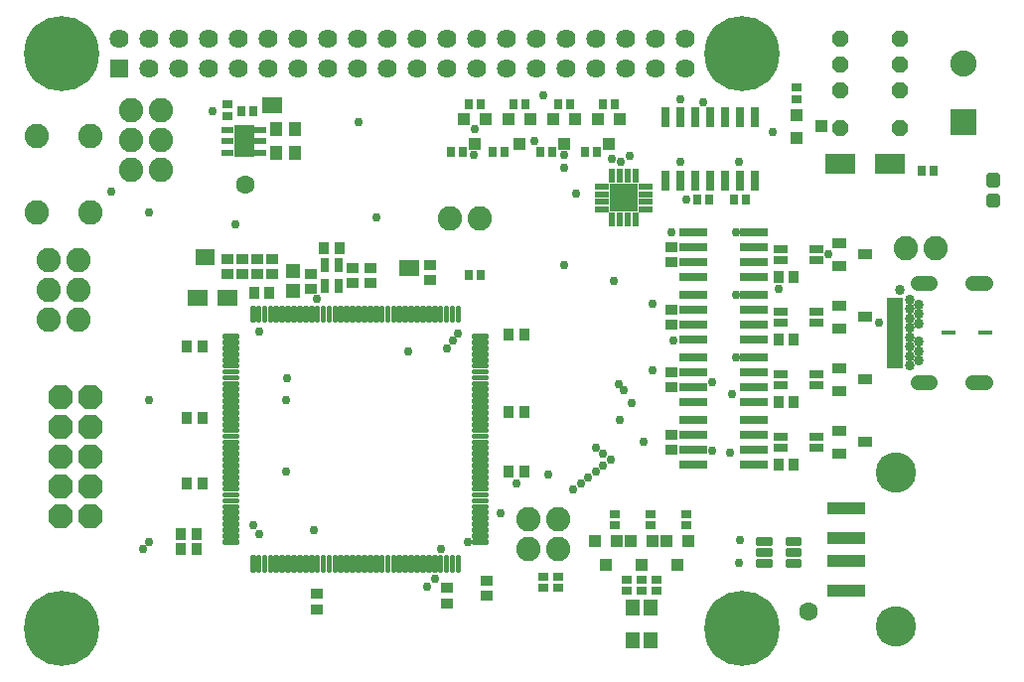
<source format=gbr>
G04 EAGLE Gerber RS-274X export*
G75*
%MOMM*%
%FSLAX34Y34*%
%LPD*%
%INSoldermask Top*%
%IPPOS*%
%AMOC8*
5,1,8,0,0,1.08239X$1,22.5*%
G01*
%ADD10R,0.803200X0.903200*%
%ADD11R,0.711200X1.168400*%
%ADD12R,1.103200X0.903200*%
%ADD13R,0.903200X1.103200*%
%ADD14R,1.203200X1.303200*%
%ADD15R,2.403200X0.803200*%
%ADD16R,1.253200X0.703200*%
%ADD17R,1.203200X0.903200*%
%ADD18C,6.403200*%
%ADD19R,1.625600X1.625600*%
%ADD20C,1.625600*%
%ADD21R,0.803200X1.703200*%
%ADD22R,1.003200X1.103200*%
%ADD23R,0.738300X0.847200*%
%ADD24P,2.254402X8X112.500000*%
%ADD25C,2.082800*%
%ADD26R,1.303200X1.353200*%
%ADD27R,0.903200X0.803200*%
%ADD28C,3.439163*%
%ADD29R,3.203200X1.103200*%
%ADD30C,0.344606*%
%ADD31C,0.362303*%
%ADD32C,1.253200*%
%ADD33R,1.403200X0.503200*%
%ADD34C,0.856400*%
%ADD35R,1.203200X0.403200*%
%ADD36R,2.235200X2.235200*%
%ADD37C,2.235200*%
%ADD38R,2.595200X1.768500*%
%ADD39P,1.507986X8X112.500000*%
%ADD40R,1.103200X1.003200*%
%ADD41R,0.847200X0.738300*%
%ADD42C,0.505344*%
%ADD43R,1.043200X0.623200*%
%ADD44R,1.803200X2.703200*%
%ADD45R,1.124100X1.173400*%
%ADD46R,0.832300X0.763200*%
%ADD47R,0.838200X1.473200*%
%ADD48R,1.253200X0.543200*%
%ADD49R,0.543200X1.253200*%
%ADD50R,2.363200X2.363200*%
%ADD51C,0.756400*%
%ADD52C,1.603200*%
%ADD53C,0.863600*%


D10*
X396160Y363220D03*
X386160Y363220D03*
D11*
X263525Y371983D03*
X263525Y354457D03*
X274955Y354457D03*
X274955Y371983D03*
D12*
X287020Y356720D03*
X287020Y369720D03*
D13*
X262740Y386080D03*
X275740Y386080D03*
D14*
X236220Y349640D03*
X236220Y366640D03*
D13*
X420220Y312420D03*
X433220Y312420D03*
X153820Y129540D03*
X140820Y129540D03*
X158900Y241300D03*
X145900Y241300D03*
X158900Y185420D03*
X145900Y185420D03*
D12*
X302260Y356720D03*
X302260Y369720D03*
X401320Y103020D03*
X401320Y90020D03*
D13*
X420220Y195580D03*
X433220Y195580D03*
X420220Y246380D03*
X433220Y246380D03*
X158900Y302260D03*
X145900Y302260D03*
D12*
X256540Y91590D03*
X256540Y78590D03*
X353060Y359260D03*
X353060Y372260D03*
X180340Y364340D03*
X180340Y377340D03*
X193040Y364340D03*
X193040Y377340D03*
X218440Y364340D03*
X218440Y377340D03*
D13*
X203050Y347980D03*
X216050Y347980D03*
D12*
X367030Y96670D03*
X367030Y83670D03*
D13*
X153820Y142240D03*
X140820Y142240D03*
D15*
X577250Y280670D03*
X629250Y280670D03*
X577250Y293370D03*
X577250Y267970D03*
X577250Y255270D03*
X629250Y293370D03*
X629250Y267970D03*
X629250Y255270D03*
D13*
X650090Y255270D03*
X663090Y255270D03*
D12*
X558800Y267820D03*
X558800Y280820D03*
D16*
X651500Y279320D03*
X651500Y269320D03*
X682000Y269320D03*
X682000Y279320D03*
D17*
X723470Y274320D03*
X701470Y264820D03*
X701470Y283820D03*
D15*
X577250Y334010D03*
X629250Y334010D03*
X577250Y346710D03*
X577250Y321310D03*
X577250Y308610D03*
X629250Y346710D03*
X629250Y321310D03*
X629250Y308610D03*
D13*
X650090Y308610D03*
X663090Y308610D03*
D12*
X558800Y321160D03*
X558800Y334160D03*
D16*
X651500Y332660D03*
X651500Y322660D03*
X682000Y322660D03*
X682000Y332660D03*
D17*
X723470Y327660D03*
X701470Y318160D03*
X701470Y337160D03*
D15*
X577250Y387350D03*
X629250Y387350D03*
X577250Y400050D03*
X577250Y374650D03*
X577250Y361950D03*
X629250Y400050D03*
X629250Y374650D03*
X629250Y361950D03*
D13*
X650090Y361950D03*
X663090Y361950D03*
D12*
X558800Y374500D03*
X558800Y387500D03*
D16*
X651500Y386000D03*
X651500Y376000D03*
X682000Y376000D03*
X682000Y386000D03*
D17*
X723470Y381000D03*
X701470Y371500D03*
X701470Y390500D03*
D15*
X577250Y227330D03*
X629250Y227330D03*
X577250Y240030D03*
X577250Y214630D03*
X577250Y201930D03*
X629250Y240030D03*
X629250Y214630D03*
X629250Y201930D03*
D13*
X650090Y201930D03*
X663090Y201930D03*
D12*
X558800Y214480D03*
X558800Y227480D03*
D16*
X651500Y225980D03*
X651500Y215980D03*
X682000Y215980D03*
X682000Y225980D03*
D17*
X723470Y220980D03*
X701470Y211480D03*
X701470Y230480D03*
D18*
X39260Y62340D03*
X619260Y62340D03*
X619260Y552340D03*
X39260Y552340D03*
D19*
X87960Y539640D03*
D20*
X113360Y539640D03*
X138760Y539640D03*
X164160Y539640D03*
X189560Y539640D03*
X214960Y539640D03*
X87960Y565040D03*
X113360Y565040D03*
X138760Y565040D03*
X164160Y565040D03*
X189560Y565040D03*
X214960Y565040D03*
X240360Y539640D03*
X240360Y565040D03*
X265760Y539640D03*
X291160Y539640D03*
X316560Y539640D03*
X341960Y539640D03*
X367360Y539640D03*
X392760Y539640D03*
X265760Y565040D03*
X291160Y565040D03*
X316560Y565040D03*
X341960Y565040D03*
X367360Y565040D03*
X392760Y565040D03*
X418160Y539640D03*
X418160Y565040D03*
X443560Y539640D03*
X468960Y539640D03*
X494360Y539640D03*
X519760Y539640D03*
X545160Y539640D03*
X570560Y539640D03*
X443560Y565040D03*
X468960Y565040D03*
X494360Y565040D03*
X519760Y565040D03*
X545160Y565040D03*
X570560Y565040D03*
D21*
X629920Y498170D03*
X617220Y498170D03*
X604520Y498170D03*
X591820Y498170D03*
X579120Y498170D03*
X566420Y498170D03*
X553720Y498170D03*
X553720Y444170D03*
X566420Y444170D03*
X579120Y444170D03*
X591820Y444170D03*
X604520Y444170D03*
X617220Y444170D03*
X629920Y444170D03*
D22*
X476860Y496410D03*
X457860Y496410D03*
X467360Y475410D03*
X514960Y496410D03*
X495960Y496410D03*
X505460Y475410D03*
X400660Y496410D03*
X381660Y496410D03*
X391160Y475410D03*
X438760Y496410D03*
X419760Y496410D03*
X429260Y475410D03*
D23*
X462285Y509270D03*
X472435Y509270D03*
X457195Y468630D03*
X447045Y468630D03*
X500385Y509270D03*
X510535Y509270D03*
X495295Y468630D03*
X485145Y468630D03*
X386085Y509270D03*
X396235Y509270D03*
X380995Y468630D03*
X370845Y468630D03*
X424185Y509270D03*
X434335Y509270D03*
X416555Y468630D03*
X406405Y468630D03*
D24*
X63500Y157480D03*
X38100Y157480D03*
X63500Y182880D03*
X38100Y182880D03*
X63500Y208280D03*
X38100Y208280D03*
X63500Y233680D03*
X38100Y233680D03*
X63500Y259080D03*
X38100Y259080D03*
D25*
X27940Y325120D03*
X53340Y325120D03*
X27940Y350520D03*
X53340Y350520D03*
X27940Y375920D03*
X53340Y375920D03*
X18034Y417068D03*
X18034Y482092D03*
X63246Y417068D03*
X63246Y482092D03*
D12*
X251460Y351640D03*
X251460Y364640D03*
D26*
X525900Y52290D03*
X540900Y52290D03*
X540900Y79790D03*
X525900Y79790D03*
D22*
X573380Y137000D03*
X554380Y137000D03*
X563880Y116000D03*
X542900Y137000D03*
X523900Y137000D03*
X533400Y116000D03*
X512420Y137000D03*
X493420Y137000D03*
X502920Y116000D03*
D27*
X546100Y94060D03*
X546100Y104060D03*
X533400Y94060D03*
X533400Y104060D03*
X520700Y94060D03*
X520700Y104060D03*
D28*
X749780Y195199D03*
X749780Y63881D03*
D29*
X707660Y119540D03*
X707660Y94540D03*
X707660Y139540D03*
X707660Y164540D03*
D30*
X643033Y134307D02*
X632347Y134307D01*
X632347Y138693D01*
X643033Y138693D01*
X643033Y134307D01*
X643033Y137581D02*
X632347Y137581D01*
X632347Y124807D02*
X643033Y124807D01*
X632347Y124807D02*
X632347Y129193D01*
X643033Y129193D01*
X643033Y124807D01*
X643033Y128081D02*
X632347Y128081D01*
X632347Y115307D02*
X643033Y115307D01*
X632347Y115307D02*
X632347Y119693D01*
X643033Y119693D01*
X643033Y115307D01*
X643033Y118581D02*
X632347Y118581D01*
X657447Y115307D02*
X668133Y115307D01*
X657447Y115307D02*
X657447Y119693D01*
X668133Y119693D01*
X668133Y115307D01*
X668133Y118581D02*
X657447Y118581D01*
X657447Y124807D02*
X668133Y124807D01*
X657447Y124807D02*
X657447Y129193D01*
X668133Y129193D01*
X668133Y124807D01*
X668133Y128081D02*
X657447Y128081D01*
X657447Y134307D02*
X668133Y134307D01*
X657447Y134307D02*
X657447Y138693D01*
X668133Y138693D01*
X668133Y134307D01*
X668133Y137581D02*
X657447Y137581D01*
D25*
X369570Y411480D03*
X394970Y411480D03*
X436880Y129540D03*
X462280Y129540D03*
X436880Y154940D03*
X462280Y154940D03*
D27*
X449580Y106600D03*
X449580Y96600D03*
X462280Y106600D03*
X462280Y96600D03*
D31*
X377765Y324315D02*
X377765Y335325D01*
X377765Y324315D02*
X376355Y324315D01*
X376355Y335325D01*
X377765Y335325D01*
X377765Y327757D02*
X376355Y327757D01*
X376355Y331199D02*
X377765Y331199D01*
X377765Y334641D02*
X376355Y334641D01*
X372765Y335325D02*
X372765Y324315D01*
X371355Y324315D01*
X371355Y335325D01*
X372765Y335325D01*
X372765Y327757D02*
X371355Y327757D01*
X371355Y331199D02*
X372765Y331199D01*
X372765Y334641D02*
X371355Y334641D01*
X367765Y335325D02*
X367765Y324315D01*
X366355Y324315D01*
X366355Y335325D01*
X367765Y335325D01*
X367765Y327757D02*
X366355Y327757D01*
X366355Y331199D02*
X367765Y331199D01*
X367765Y334641D02*
X366355Y334641D01*
X362765Y335325D02*
X362765Y324315D01*
X361355Y324315D01*
X361355Y335325D01*
X362765Y335325D01*
X362765Y327757D02*
X361355Y327757D01*
X361355Y331199D02*
X362765Y331199D01*
X362765Y334641D02*
X361355Y334641D01*
X357765Y335325D02*
X357765Y324315D01*
X356355Y324315D01*
X356355Y335325D01*
X357765Y335325D01*
X357765Y327757D02*
X356355Y327757D01*
X356355Y331199D02*
X357765Y331199D01*
X357765Y334641D02*
X356355Y334641D01*
X352765Y335325D02*
X352765Y324315D01*
X351355Y324315D01*
X351355Y335325D01*
X352765Y335325D01*
X352765Y327757D02*
X351355Y327757D01*
X351355Y331199D02*
X352765Y331199D01*
X352765Y334641D02*
X351355Y334641D01*
X347765Y335325D02*
X347765Y324315D01*
X346355Y324315D01*
X346355Y335325D01*
X347765Y335325D01*
X347765Y327757D02*
X346355Y327757D01*
X346355Y331199D02*
X347765Y331199D01*
X347765Y334641D02*
X346355Y334641D01*
X342765Y335325D02*
X342765Y324315D01*
X341355Y324315D01*
X341355Y335325D01*
X342765Y335325D01*
X342765Y327757D02*
X341355Y327757D01*
X341355Y331199D02*
X342765Y331199D01*
X342765Y334641D02*
X341355Y334641D01*
X337765Y335325D02*
X337765Y324315D01*
X336355Y324315D01*
X336355Y335325D01*
X337765Y335325D01*
X337765Y327757D02*
X336355Y327757D01*
X336355Y331199D02*
X337765Y331199D01*
X337765Y334641D02*
X336355Y334641D01*
X332765Y335325D02*
X332765Y324315D01*
X331355Y324315D01*
X331355Y335325D01*
X332765Y335325D01*
X332765Y327757D02*
X331355Y327757D01*
X331355Y331199D02*
X332765Y331199D01*
X332765Y334641D02*
X331355Y334641D01*
X327765Y335325D02*
X327765Y324315D01*
X326355Y324315D01*
X326355Y335325D01*
X327765Y335325D01*
X327765Y327757D02*
X326355Y327757D01*
X326355Y331199D02*
X327765Y331199D01*
X327765Y334641D02*
X326355Y334641D01*
X322765Y335325D02*
X322765Y324315D01*
X321355Y324315D01*
X321355Y335325D01*
X322765Y335325D01*
X322765Y327757D02*
X321355Y327757D01*
X321355Y331199D02*
X322765Y331199D01*
X322765Y334641D02*
X321355Y334641D01*
X317765Y335325D02*
X317765Y324315D01*
X316355Y324315D01*
X316355Y335325D01*
X317765Y335325D01*
X317765Y327757D02*
X316355Y327757D01*
X316355Y331199D02*
X317765Y331199D01*
X317765Y334641D02*
X316355Y334641D01*
X312765Y335325D02*
X312765Y324315D01*
X311355Y324315D01*
X311355Y335325D01*
X312765Y335325D01*
X312765Y327757D02*
X311355Y327757D01*
X311355Y331199D02*
X312765Y331199D01*
X312765Y334641D02*
X311355Y334641D01*
X307765Y335325D02*
X307765Y324315D01*
X306355Y324315D01*
X306355Y335325D01*
X307765Y335325D01*
X307765Y327757D02*
X306355Y327757D01*
X306355Y331199D02*
X307765Y331199D01*
X307765Y334641D02*
X306355Y334641D01*
X302765Y335325D02*
X302765Y324315D01*
X301355Y324315D01*
X301355Y335325D01*
X302765Y335325D01*
X302765Y327757D02*
X301355Y327757D01*
X301355Y331199D02*
X302765Y331199D01*
X302765Y334641D02*
X301355Y334641D01*
X297765Y335325D02*
X297765Y324315D01*
X296355Y324315D01*
X296355Y335325D01*
X297765Y335325D01*
X297765Y327757D02*
X296355Y327757D01*
X296355Y331199D02*
X297765Y331199D01*
X297765Y334641D02*
X296355Y334641D01*
X292765Y335325D02*
X292765Y324315D01*
X291355Y324315D01*
X291355Y335325D01*
X292765Y335325D01*
X292765Y327757D02*
X291355Y327757D01*
X291355Y331199D02*
X292765Y331199D01*
X292765Y334641D02*
X291355Y334641D01*
X287765Y335325D02*
X287765Y324315D01*
X286355Y324315D01*
X286355Y335325D01*
X287765Y335325D01*
X287765Y327757D02*
X286355Y327757D01*
X286355Y331199D02*
X287765Y331199D01*
X287765Y334641D02*
X286355Y334641D01*
X282765Y335325D02*
X282765Y324315D01*
X281355Y324315D01*
X281355Y335325D01*
X282765Y335325D01*
X282765Y327757D02*
X281355Y327757D01*
X281355Y331199D02*
X282765Y331199D01*
X282765Y334641D02*
X281355Y334641D01*
X277765Y335325D02*
X277765Y324315D01*
X276355Y324315D01*
X276355Y335325D01*
X277765Y335325D01*
X277765Y327757D02*
X276355Y327757D01*
X276355Y331199D02*
X277765Y331199D01*
X277765Y334641D02*
X276355Y334641D01*
X272765Y335325D02*
X272765Y324315D01*
X271355Y324315D01*
X271355Y335325D01*
X272765Y335325D01*
X272765Y327757D02*
X271355Y327757D01*
X271355Y331199D02*
X272765Y331199D01*
X272765Y334641D02*
X271355Y334641D01*
X267765Y335325D02*
X267765Y324315D01*
X266355Y324315D01*
X266355Y335325D01*
X267765Y335325D01*
X267765Y327757D02*
X266355Y327757D01*
X266355Y331199D02*
X267765Y331199D01*
X267765Y334641D02*
X266355Y334641D01*
X262765Y335325D02*
X262765Y324315D01*
X261355Y324315D01*
X261355Y335325D01*
X262765Y335325D01*
X262765Y327757D02*
X261355Y327757D01*
X261355Y331199D02*
X262765Y331199D01*
X262765Y334641D02*
X261355Y334641D01*
X257765Y335325D02*
X257765Y324315D01*
X256355Y324315D01*
X256355Y335325D01*
X257765Y335325D01*
X257765Y327757D02*
X256355Y327757D01*
X256355Y331199D02*
X257765Y331199D01*
X257765Y334641D02*
X256355Y334641D01*
X252765Y335325D02*
X252765Y324315D01*
X251355Y324315D01*
X251355Y335325D01*
X252765Y335325D01*
X252765Y327757D02*
X251355Y327757D01*
X251355Y331199D02*
X252765Y331199D01*
X252765Y334641D02*
X251355Y334641D01*
X247765Y335325D02*
X247765Y324315D01*
X246355Y324315D01*
X246355Y335325D01*
X247765Y335325D01*
X247765Y327757D02*
X246355Y327757D01*
X246355Y331199D02*
X247765Y331199D01*
X247765Y334641D02*
X246355Y334641D01*
X242765Y335325D02*
X242765Y324315D01*
X241355Y324315D01*
X241355Y335325D01*
X242765Y335325D01*
X242765Y327757D02*
X241355Y327757D01*
X241355Y331199D02*
X242765Y331199D01*
X242765Y334641D02*
X241355Y334641D01*
X237765Y335325D02*
X237765Y324315D01*
X236355Y324315D01*
X236355Y335325D01*
X237765Y335325D01*
X237765Y327757D02*
X236355Y327757D01*
X236355Y331199D02*
X237765Y331199D01*
X237765Y334641D02*
X236355Y334641D01*
X232765Y335325D02*
X232765Y324315D01*
X231355Y324315D01*
X231355Y335325D01*
X232765Y335325D01*
X232765Y327757D02*
X231355Y327757D01*
X231355Y331199D02*
X232765Y331199D01*
X232765Y334641D02*
X231355Y334641D01*
X227765Y335325D02*
X227765Y324315D01*
X226355Y324315D01*
X226355Y335325D01*
X227765Y335325D01*
X227765Y327757D02*
X226355Y327757D01*
X226355Y331199D02*
X227765Y331199D01*
X227765Y334641D02*
X226355Y334641D01*
X222765Y335325D02*
X222765Y324315D01*
X221355Y324315D01*
X221355Y335325D01*
X222765Y335325D01*
X222765Y327757D02*
X221355Y327757D01*
X221355Y331199D02*
X222765Y331199D01*
X222765Y334641D02*
X221355Y334641D01*
X217765Y335325D02*
X217765Y324315D01*
X216355Y324315D01*
X216355Y335325D01*
X217765Y335325D01*
X217765Y327757D02*
X216355Y327757D01*
X216355Y331199D02*
X217765Y331199D01*
X217765Y334641D02*
X216355Y334641D01*
X212765Y335325D02*
X212765Y324315D01*
X211355Y324315D01*
X211355Y335325D01*
X212765Y335325D01*
X212765Y327757D02*
X211355Y327757D01*
X211355Y331199D02*
X212765Y331199D01*
X212765Y334641D02*
X211355Y334641D01*
X207765Y335325D02*
X207765Y324315D01*
X206355Y324315D01*
X206355Y335325D01*
X207765Y335325D01*
X207765Y327757D02*
X206355Y327757D01*
X206355Y331199D02*
X207765Y331199D01*
X207765Y334641D02*
X206355Y334641D01*
X202765Y335325D02*
X202765Y324315D01*
X201355Y324315D01*
X201355Y335325D01*
X202765Y335325D01*
X202765Y327757D02*
X201355Y327757D01*
X201355Y331199D02*
X202765Y331199D01*
X202765Y334641D02*
X201355Y334641D01*
X188765Y311725D02*
X177755Y311725D01*
X188765Y311725D02*
X188765Y310315D01*
X177755Y310315D01*
X177755Y311725D01*
X177755Y306725D02*
X188765Y306725D01*
X188765Y305315D01*
X177755Y305315D01*
X177755Y306725D01*
X177755Y301725D02*
X188765Y301725D01*
X188765Y300315D01*
X177755Y300315D01*
X177755Y301725D01*
X177755Y296725D02*
X188765Y296725D01*
X188765Y295315D01*
X177755Y295315D01*
X177755Y296725D01*
X177755Y291725D02*
X188765Y291725D01*
X188765Y290315D01*
X177755Y290315D01*
X177755Y291725D01*
X177755Y286725D02*
X188765Y286725D01*
X188765Y285315D01*
X177755Y285315D01*
X177755Y286725D01*
X177755Y281725D02*
X188765Y281725D01*
X188765Y280315D01*
X177755Y280315D01*
X177755Y281725D01*
X177755Y276725D02*
X188765Y276725D01*
X188765Y275315D01*
X177755Y275315D01*
X177755Y276725D01*
X177755Y271725D02*
X188765Y271725D01*
X188765Y270315D01*
X177755Y270315D01*
X177755Y271725D01*
X177755Y266725D02*
X188765Y266725D01*
X188765Y265315D01*
X177755Y265315D01*
X177755Y266725D01*
X177755Y261725D02*
X188765Y261725D01*
X188765Y260315D01*
X177755Y260315D01*
X177755Y261725D01*
X177755Y256725D02*
X188765Y256725D01*
X188765Y255315D01*
X177755Y255315D01*
X177755Y256725D01*
X177755Y251725D02*
X188765Y251725D01*
X188765Y250315D01*
X177755Y250315D01*
X177755Y251725D01*
X177755Y246725D02*
X188765Y246725D01*
X188765Y245315D01*
X177755Y245315D01*
X177755Y246725D01*
X177755Y241725D02*
X188765Y241725D01*
X188765Y240315D01*
X177755Y240315D01*
X177755Y241725D01*
X177755Y236725D02*
X188765Y236725D01*
X188765Y235315D01*
X177755Y235315D01*
X177755Y236725D01*
X177755Y231725D02*
X188765Y231725D01*
X188765Y230315D01*
X177755Y230315D01*
X177755Y231725D01*
X177755Y226725D02*
X188765Y226725D01*
X188765Y225315D01*
X177755Y225315D01*
X177755Y226725D01*
X177755Y221725D02*
X188765Y221725D01*
X188765Y220315D01*
X177755Y220315D01*
X177755Y221725D01*
X177755Y216725D02*
X188765Y216725D01*
X188765Y215315D01*
X177755Y215315D01*
X177755Y216725D01*
X177755Y211725D02*
X188765Y211725D01*
X188765Y210315D01*
X177755Y210315D01*
X177755Y211725D01*
X177755Y206725D02*
X188765Y206725D01*
X188765Y205315D01*
X177755Y205315D01*
X177755Y206725D01*
X177755Y201725D02*
X188765Y201725D01*
X188765Y200315D01*
X177755Y200315D01*
X177755Y201725D01*
X177755Y196725D02*
X188765Y196725D01*
X188765Y195315D01*
X177755Y195315D01*
X177755Y196725D01*
X177755Y191725D02*
X188765Y191725D01*
X188765Y190315D01*
X177755Y190315D01*
X177755Y191725D01*
X177755Y186725D02*
X188765Y186725D01*
X188765Y185315D01*
X177755Y185315D01*
X177755Y186725D01*
X177755Y181725D02*
X188765Y181725D01*
X188765Y180315D01*
X177755Y180315D01*
X177755Y181725D01*
X177755Y176725D02*
X188765Y176725D01*
X188765Y175315D01*
X177755Y175315D01*
X177755Y176725D01*
X177755Y171725D02*
X188765Y171725D01*
X188765Y170315D01*
X177755Y170315D01*
X177755Y171725D01*
X177755Y166725D02*
X188765Y166725D01*
X188765Y165315D01*
X177755Y165315D01*
X177755Y166725D01*
X177755Y161725D02*
X188765Y161725D01*
X188765Y160315D01*
X177755Y160315D01*
X177755Y161725D01*
X177755Y156725D02*
X188765Y156725D01*
X188765Y155315D01*
X177755Y155315D01*
X177755Y156725D01*
X177755Y151725D02*
X188765Y151725D01*
X188765Y150315D01*
X177755Y150315D01*
X177755Y151725D01*
X177755Y146725D02*
X188765Y146725D01*
X188765Y145315D01*
X177755Y145315D01*
X177755Y146725D01*
X177755Y141725D02*
X188765Y141725D01*
X188765Y140315D01*
X177755Y140315D01*
X177755Y141725D01*
X177755Y136725D02*
X188765Y136725D01*
X188765Y135315D01*
X177755Y135315D01*
X177755Y136725D01*
X201355Y122725D02*
X201355Y111715D01*
X201355Y122725D02*
X202765Y122725D01*
X202765Y111715D01*
X201355Y111715D01*
X201355Y115157D02*
X202765Y115157D01*
X202765Y118599D02*
X201355Y118599D01*
X201355Y122041D02*
X202765Y122041D01*
X206355Y122725D02*
X206355Y111715D01*
X206355Y122725D02*
X207765Y122725D01*
X207765Y111715D01*
X206355Y111715D01*
X206355Y115157D02*
X207765Y115157D01*
X207765Y118599D02*
X206355Y118599D01*
X206355Y122041D02*
X207765Y122041D01*
X211355Y122725D02*
X211355Y111715D01*
X211355Y122725D02*
X212765Y122725D01*
X212765Y111715D01*
X211355Y111715D01*
X211355Y115157D02*
X212765Y115157D01*
X212765Y118599D02*
X211355Y118599D01*
X211355Y122041D02*
X212765Y122041D01*
X216355Y122725D02*
X216355Y111715D01*
X216355Y122725D02*
X217765Y122725D01*
X217765Y111715D01*
X216355Y111715D01*
X216355Y115157D02*
X217765Y115157D01*
X217765Y118599D02*
X216355Y118599D01*
X216355Y122041D02*
X217765Y122041D01*
X221355Y122725D02*
X221355Y111715D01*
X221355Y122725D02*
X222765Y122725D01*
X222765Y111715D01*
X221355Y111715D01*
X221355Y115157D02*
X222765Y115157D01*
X222765Y118599D02*
X221355Y118599D01*
X221355Y122041D02*
X222765Y122041D01*
X226355Y122725D02*
X226355Y111715D01*
X226355Y122725D02*
X227765Y122725D01*
X227765Y111715D01*
X226355Y111715D01*
X226355Y115157D02*
X227765Y115157D01*
X227765Y118599D02*
X226355Y118599D01*
X226355Y122041D02*
X227765Y122041D01*
X231355Y122725D02*
X231355Y111715D01*
X231355Y122725D02*
X232765Y122725D01*
X232765Y111715D01*
X231355Y111715D01*
X231355Y115157D02*
X232765Y115157D01*
X232765Y118599D02*
X231355Y118599D01*
X231355Y122041D02*
X232765Y122041D01*
X236355Y122725D02*
X236355Y111715D01*
X236355Y122725D02*
X237765Y122725D01*
X237765Y111715D01*
X236355Y111715D01*
X236355Y115157D02*
X237765Y115157D01*
X237765Y118599D02*
X236355Y118599D01*
X236355Y122041D02*
X237765Y122041D01*
X241355Y122725D02*
X241355Y111715D01*
X241355Y122725D02*
X242765Y122725D01*
X242765Y111715D01*
X241355Y111715D01*
X241355Y115157D02*
X242765Y115157D01*
X242765Y118599D02*
X241355Y118599D01*
X241355Y122041D02*
X242765Y122041D01*
X246355Y122725D02*
X246355Y111715D01*
X246355Y122725D02*
X247765Y122725D01*
X247765Y111715D01*
X246355Y111715D01*
X246355Y115157D02*
X247765Y115157D01*
X247765Y118599D02*
X246355Y118599D01*
X246355Y122041D02*
X247765Y122041D01*
X251355Y122725D02*
X251355Y111715D01*
X251355Y122725D02*
X252765Y122725D01*
X252765Y111715D01*
X251355Y111715D01*
X251355Y115157D02*
X252765Y115157D01*
X252765Y118599D02*
X251355Y118599D01*
X251355Y122041D02*
X252765Y122041D01*
X256355Y122725D02*
X256355Y111715D01*
X256355Y122725D02*
X257765Y122725D01*
X257765Y111715D01*
X256355Y111715D01*
X256355Y115157D02*
X257765Y115157D01*
X257765Y118599D02*
X256355Y118599D01*
X256355Y122041D02*
X257765Y122041D01*
X261355Y122725D02*
X261355Y111715D01*
X261355Y122725D02*
X262765Y122725D01*
X262765Y111715D01*
X261355Y111715D01*
X261355Y115157D02*
X262765Y115157D01*
X262765Y118599D02*
X261355Y118599D01*
X261355Y122041D02*
X262765Y122041D01*
X266355Y122725D02*
X266355Y111715D01*
X266355Y122725D02*
X267765Y122725D01*
X267765Y111715D01*
X266355Y111715D01*
X266355Y115157D02*
X267765Y115157D01*
X267765Y118599D02*
X266355Y118599D01*
X266355Y122041D02*
X267765Y122041D01*
X271355Y122725D02*
X271355Y111715D01*
X271355Y122725D02*
X272765Y122725D01*
X272765Y111715D01*
X271355Y111715D01*
X271355Y115157D02*
X272765Y115157D01*
X272765Y118599D02*
X271355Y118599D01*
X271355Y122041D02*
X272765Y122041D01*
X276355Y122725D02*
X276355Y111715D01*
X276355Y122725D02*
X277765Y122725D01*
X277765Y111715D01*
X276355Y111715D01*
X276355Y115157D02*
X277765Y115157D01*
X277765Y118599D02*
X276355Y118599D01*
X276355Y122041D02*
X277765Y122041D01*
X281355Y122725D02*
X281355Y111715D01*
X281355Y122725D02*
X282765Y122725D01*
X282765Y111715D01*
X281355Y111715D01*
X281355Y115157D02*
X282765Y115157D01*
X282765Y118599D02*
X281355Y118599D01*
X281355Y122041D02*
X282765Y122041D01*
X286355Y122725D02*
X286355Y111715D01*
X286355Y122725D02*
X287765Y122725D01*
X287765Y111715D01*
X286355Y111715D01*
X286355Y115157D02*
X287765Y115157D01*
X287765Y118599D02*
X286355Y118599D01*
X286355Y122041D02*
X287765Y122041D01*
X291355Y122725D02*
X291355Y111715D01*
X291355Y122725D02*
X292765Y122725D01*
X292765Y111715D01*
X291355Y111715D01*
X291355Y115157D02*
X292765Y115157D01*
X292765Y118599D02*
X291355Y118599D01*
X291355Y122041D02*
X292765Y122041D01*
X296355Y122725D02*
X296355Y111715D01*
X296355Y122725D02*
X297765Y122725D01*
X297765Y111715D01*
X296355Y111715D01*
X296355Y115157D02*
X297765Y115157D01*
X297765Y118599D02*
X296355Y118599D01*
X296355Y122041D02*
X297765Y122041D01*
X301355Y122725D02*
X301355Y111715D01*
X301355Y122725D02*
X302765Y122725D01*
X302765Y111715D01*
X301355Y111715D01*
X301355Y115157D02*
X302765Y115157D01*
X302765Y118599D02*
X301355Y118599D01*
X301355Y122041D02*
X302765Y122041D01*
X306355Y122725D02*
X306355Y111715D01*
X306355Y122725D02*
X307765Y122725D01*
X307765Y111715D01*
X306355Y111715D01*
X306355Y115157D02*
X307765Y115157D01*
X307765Y118599D02*
X306355Y118599D01*
X306355Y122041D02*
X307765Y122041D01*
X311355Y122725D02*
X311355Y111715D01*
X311355Y122725D02*
X312765Y122725D01*
X312765Y111715D01*
X311355Y111715D01*
X311355Y115157D02*
X312765Y115157D01*
X312765Y118599D02*
X311355Y118599D01*
X311355Y122041D02*
X312765Y122041D01*
X316355Y122725D02*
X316355Y111715D01*
X316355Y122725D02*
X317765Y122725D01*
X317765Y111715D01*
X316355Y111715D01*
X316355Y115157D02*
X317765Y115157D01*
X317765Y118599D02*
X316355Y118599D01*
X316355Y122041D02*
X317765Y122041D01*
X321355Y122725D02*
X321355Y111715D01*
X321355Y122725D02*
X322765Y122725D01*
X322765Y111715D01*
X321355Y111715D01*
X321355Y115157D02*
X322765Y115157D01*
X322765Y118599D02*
X321355Y118599D01*
X321355Y122041D02*
X322765Y122041D01*
X326355Y122725D02*
X326355Y111715D01*
X326355Y122725D02*
X327765Y122725D01*
X327765Y111715D01*
X326355Y111715D01*
X326355Y115157D02*
X327765Y115157D01*
X327765Y118599D02*
X326355Y118599D01*
X326355Y122041D02*
X327765Y122041D01*
X331355Y122725D02*
X331355Y111715D01*
X331355Y122725D02*
X332765Y122725D01*
X332765Y111715D01*
X331355Y111715D01*
X331355Y115157D02*
X332765Y115157D01*
X332765Y118599D02*
X331355Y118599D01*
X331355Y122041D02*
X332765Y122041D01*
X336355Y122725D02*
X336355Y111715D01*
X336355Y122725D02*
X337765Y122725D01*
X337765Y111715D01*
X336355Y111715D01*
X336355Y115157D02*
X337765Y115157D01*
X337765Y118599D02*
X336355Y118599D01*
X336355Y122041D02*
X337765Y122041D01*
X341355Y122725D02*
X341355Y111715D01*
X341355Y122725D02*
X342765Y122725D01*
X342765Y111715D01*
X341355Y111715D01*
X341355Y115157D02*
X342765Y115157D01*
X342765Y118599D02*
X341355Y118599D01*
X341355Y122041D02*
X342765Y122041D01*
X346355Y122725D02*
X346355Y111715D01*
X346355Y122725D02*
X347765Y122725D01*
X347765Y111715D01*
X346355Y111715D01*
X346355Y115157D02*
X347765Y115157D01*
X347765Y118599D02*
X346355Y118599D01*
X346355Y122041D02*
X347765Y122041D01*
X351355Y122725D02*
X351355Y111715D01*
X351355Y122725D02*
X352765Y122725D01*
X352765Y111715D01*
X351355Y111715D01*
X351355Y115157D02*
X352765Y115157D01*
X352765Y118599D02*
X351355Y118599D01*
X351355Y122041D02*
X352765Y122041D01*
X356355Y122725D02*
X356355Y111715D01*
X356355Y122725D02*
X357765Y122725D01*
X357765Y111715D01*
X356355Y111715D01*
X356355Y115157D02*
X357765Y115157D01*
X357765Y118599D02*
X356355Y118599D01*
X356355Y122041D02*
X357765Y122041D01*
X361355Y122725D02*
X361355Y111715D01*
X361355Y122725D02*
X362765Y122725D01*
X362765Y111715D01*
X361355Y111715D01*
X361355Y115157D02*
X362765Y115157D01*
X362765Y118599D02*
X361355Y118599D01*
X361355Y122041D02*
X362765Y122041D01*
X366355Y122725D02*
X366355Y111715D01*
X366355Y122725D02*
X367765Y122725D01*
X367765Y111715D01*
X366355Y111715D01*
X366355Y115157D02*
X367765Y115157D01*
X367765Y118599D02*
X366355Y118599D01*
X366355Y122041D02*
X367765Y122041D01*
X371355Y122725D02*
X371355Y111715D01*
X371355Y122725D02*
X372765Y122725D01*
X372765Y111715D01*
X371355Y111715D01*
X371355Y115157D02*
X372765Y115157D01*
X372765Y118599D02*
X371355Y118599D01*
X371355Y122041D02*
X372765Y122041D01*
X376355Y122725D02*
X376355Y111715D01*
X376355Y122725D02*
X377765Y122725D01*
X377765Y111715D01*
X376355Y111715D01*
X376355Y115157D02*
X377765Y115157D01*
X377765Y118599D02*
X376355Y118599D01*
X376355Y122041D02*
X377765Y122041D01*
X390355Y135315D02*
X401365Y135315D01*
X390355Y135315D02*
X390355Y136725D01*
X401365Y136725D01*
X401365Y135315D01*
X401365Y140315D02*
X390355Y140315D01*
X390355Y141725D01*
X401365Y141725D01*
X401365Y140315D01*
X401365Y145315D02*
X390355Y145315D01*
X390355Y146725D01*
X401365Y146725D01*
X401365Y145315D01*
X401365Y150315D02*
X390355Y150315D01*
X390355Y151725D01*
X401365Y151725D01*
X401365Y150315D01*
X401365Y155315D02*
X390355Y155315D01*
X390355Y156725D01*
X401365Y156725D01*
X401365Y155315D01*
X401365Y160315D02*
X390355Y160315D01*
X390355Y161725D01*
X401365Y161725D01*
X401365Y160315D01*
X401365Y165315D02*
X390355Y165315D01*
X390355Y166725D01*
X401365Y166725D01*
X401365Y165315D01*
X401365Y170315D02*
X390355Y170315D01*
X390355Y171725D01*
X401365Y171725D01*
X401365Y170315D01*
X401365Y175315D02*
X390355Y175315D01*
X390355Y176725D01*
X401365Y176725D01*
X401365Y175315D01*
X401365Y180315D02*
X390355Y180315D01*
X390355Y181725D01*
X401365Y181725D01*
X401365Y180315D01*
X401365Y185315D02*
X390355Y185315D01*
X390355Y186725D01*
X401365Y186725D01*
X401365Y185315D01*
X401365Y190315D02*
X390355Y190315D01*
X390355Y191725D01*
X401365Y191725D01*
X401365Y190315D01*
X401365Y195315D02*
X390355Y195315D01*
X390355Y196725D01*
X401365Y196725D01*
X401365Y195315D01*
X401365Y200315D02*
X390355Y200315D01*
X390355Y201725D01*
X401365Y201725D01*
X401365Y200315D01*
X401365Y205315D02*
X390355Y205315D01*
X390355Y206725D01*
X401365Y206725D01*
X401365Y205315D01*
X401365Y210315D02*
X390355Y210315D01*
X390355Y211725D01*
X401365Y211725D01*
X401365Y210315D01*
X401365Y215315D02*
X390355Y215315D01*
X390355Y216725D01*
X401365Y216725D01*
X401365Y215315D01*
X401365Y220315D02*
X390355Y220315D01*
X390355Y221725D01*
X401365Y221725D01*
X401365Y220315D01*
X401365Y225315D02*
X390355Y225315D01*
X390355Y226725D01*
X401365Y226725D01*
X401365Y225315D01*
X401365Y230315D02*
X390355Y230315D01*
X390355Y231725D01*
X401365Y231725D01*
X401365Y230315D01*
X401365Y235315D02*
X390355Y235315D01*
X390355Y236725D01*
X401365Y236725D01*
X401365Y235315D01*
X401365Y240315D02*
X390355Y240315D01*
X390355Y241725D01*
X401365Y241725D01*
X401365Y240315D01*
X401365Y245315D02*
X390355Y245315D01*
X390355Y246725D01*
X401365Y246725D01*
X401365Y245315D01*
X401365Y250315D02*
X390355Y250315D01*
X390355Y251725D01*
X401365Y251725D01*
X401365Y250315D01*
X401365Y255315D02*
X390355Y255315D01*
X390355Y256725D01*
X401365Y256725D01*
X401365Y255315D01*
X401365Y260315D02*
X390355Y260315D01*
X390355Y261725D01*
X401365Y261725D01*
X401365Y260315D01*
X401365Y265315D02*
X390355Y265315D01*
X390355Y266725D01*
X401365Y266725D01*
X401365Y265315D01*
X401365Y270315D02*
X390355Y270315D01*
X390355Y271725D01*
X401365Y271725D01*
X401365Y270315D01*
X401365Y275315D02*
X390355Y275315D01*
X390355Y276725D01*
X401365Y276725D01*
X401365Y275315D01*
X401365Y280315D02*
X390355Y280315D01*
X390355Y281725D01*
X401365Y281725D01*
X401365Y280315D01*
X401365Y285315D02*
X390355Y285315D01*
X390355Y286725D01*
X401365Y286725D01*
X401365Y285315D01*
X401365Y290315D02*
X390355Y290315D01*
X390355Y291725D01*
X401365Y291725D01*
X401365Y290315D01*
X401365Y295315D02*
X390355Y295315D01*
X390355Y296725D01*
X401365Y296725D01*
X401365Y295315D01*
X401365Y300315D02*
X390355Y300315D01*
X390355Y301725D01*
X401365Y301725D01*
X401365Y300315D01*
X401365Y305315D02*
X390355Y305315D01*
X390355Y306725D01*
X401365Y306725D01*
X401365Y305315D01*
X401365Y310315D02*
X390355Y310315D01*
X390355Y311725D01*
X401365Y311725D01*
X401365Y310315D01*
D32*
X768378Y271752D02*
X778878Y271752D01*
X778878Y357152D02*
X768378Y357152D01*
X815678Y271752D02*
X826178Y271752D01*
X826178Y357152D02*
X815678Y357152D01*
D33*
X749628Y286952D03*
X749628Y291952D03*
X749628Y296952D03*
X749628Y301952D03*
X749628Y306952D03*
X749628Y311952D03*
X749628Y316952D03*
X749628Y321952D03*
X749628Y326952D03*
X749628Y331952D03*
X749628Y336952D03*
X749628Y341952D03*
D34*
X762128Y342452D03*
X769228Y338452D03*
X769228Y330452D03*
X762128Y326452D03*
X769228Y322452D03*
X762128Y318452D03*
X762128Y310452D03*
X769228Y306452D03*
X762128Y302452D03*
X769228Y298452D03*
X769228Y290452D03*
X762128Y286452D03*
X762128Y294452D03*
X762128Y334452D03*
D35*
X795428Y314452D03*
X826428Y314452D03*
D12*
X205740Y364340D03*
X205740Y377340D03*
D27*
X571500Y149940D03*
X571500Y159940D03*
X541020Y149940D03*
X541020Y159940D03*
X510540Y149940D03*
X510540Y159940D03*
D23*
X612145Y427990D03*
X622295Y427990D03*
X590545Y427990D03*
X580395Y427990D03*
D25*
X783590Y386080D03*
X758190Y386080D03*
D36*
X807720Y494030D03*
D37*
X807720Y544030D03*
D38*
X744979Y458470D03*
X702821Y458470D03*
D39*
X753110Y488950D03*
X753110Y520950D03*
X753110Y542950D03*
X753110Y564950D03*
X702310Y564950D03*
X702310Y542950D03*
X702310Y520950D03*
X702310Y488950D03*
D40*
X665640Y499720D03*
X665640Y480720D03*
X686640Y490220D03*
D41*
X665480Y513085D03*
X665480Y523235D03*
D42*
X829630Y440890D02*
X836610Y440890D01*
X829630Y440890D02*
X829630Y447870D01*
X836610Y447870D01*
X836610Y440890D01*
X836610Y445690D02*
X829630Y445690D01*
X829630Y423350D02*
X836610Y423350D01*
X829630Y423350D02*
X829630Y430330D01*
X836610Y430330D01*
X836610Y423350D01*
X836610Y428150D02*
X829630Y428150D01*
D23*
X782315Y452120D03*
X772165Y452120D03*
D25*
X97790Y504190D03*
X123190Y504190D03*
X97790Y478790D03*
X123190Y478790D03*
X97790Y453390D03*
X123190Y453390D03*
D43*
X179960Y487020D03*
X179960Y477520D03*
X179960Y468020D03*
X208660Y468020D03*
X208660Y477520D03*
X208660Y487020D03*
D44*
X194310Y477520D03*
D45*
X222124Y487680D03*
X237616Y487680D03*
D23*
X191775Y502920D03*
X201925Y502920D03*
D46*
X180340Y499344D03*
X180340Y509036D03*
D45*
X222124Y467360D03*
X237616Y467360D03*
D47*
X214376Y508000D03*
X222504Y508000D03*
X176276Y344170D03*
X184404Y344170D03*
X150876Y344170D03*
X159004Y344170D03*
X331216Y369570D03*
X339344Y369570D03*
X157226Y378460D03*
X165354Y378460D03*
D48*
X499560Y439010D03*
X499560Y432510D03*
X499560Y426010D03*
X499560Y419510D03*
D49*
X508410Y410660D03*
X514910Y410660D03*
X521410Y410660D03*
X527910Y410660D03*
D48*
X536760Y419510D03*
X536760Y426010D03*
X536760Y432510D03*
X536760Y439010D03*
D49*
X527910Y447860D03*
X521410Y447860D03*
X514910Y447860D03*
X508410Y447860D03*
D50*
X518160Y429260D03*
D51*
X692150Y381000D03*
X585470Y510540D03*
X334010Y298450D03*
X229870Y195580D03*
X412750Y160020D03*
X307340Y412750D03*
X186690Y406400D03*
X453390Y193040D03*
X542290Y281940D03*
X167640Y502920D03*
X81280Y434340D03*
X292100Y494030D03*
X467360Y372110D03*
X254000Y146050D03*
X645160Y485140D03*
D52*
X195580Y440690D03*
D51*
X608330Y212090D03*
X610235Y262255D03*
X391160Y487680D03*
X650240Y351790D03*
X593725Y213995D03*
X593090Y271780D03*
X571500Y427990D03*
X467360Y454660D03*
X515620Y459740D03*
X534670Y220980D03*
X613410Y293370D03*
D53*
X753110Y350520D03*
D51*
X524510Y254000D03*
X613410Y346710D03*
X229870Y256540D03*
X113030Y256540D03*
X506730Y205740D03*
X613410Y400050D03*
X494030Y195580D03*
X376908Y313690D03*
X372110Y307340D03*
X487680Y190500D03*
X367030Y300990D03*
X481330Y185420D03*
X542290Y339090D03*
X513985Y270875D03*
X560070Y307340D03*
X518160Y265430D03*
X500380Y210820D03*
X558800Y400050D03*
X509270Y358140D03*
X494030Y215900D03*
X514350Y240030D03*
X207010Y142240D03*
X500380Y200660D03*
X201930Y149860D03*
X566420Y459740D03*
X566420Y513080D03*
X449580Y516890D03*
X467360Y466316D03*
X508000Y462280D03*
X477520Y433070D03*
X389890Y466316D03*
X441960Y477520D03*
X615950Y459740D03*
X523240Y464820D03*
X361950Y129540D03*
X107950Y129540D03*
X384810Y135890D03*
X113030Y135890D03*
X256540Y342900D03*
X113030Y416560D03*
X615950Y118110D03*
X350520Y97790D03*
X356870Y104140D03*
X617220Y137160D03*
X735330Y322580D03*
X231140Y275590D03*
X474980Y180340D03*
X207010Y314960D03*
X426720Y185420D03*
D52*
X675640Y76200D03*
M02*

</source>
